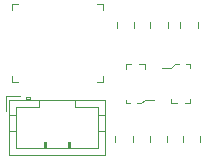
<source format=gbr>
%TF.GenerationSoftware,KiCad,Pcbnew,8.0.6*%
%TF.CreationDate,2024-10-24T14:04:09-05:00*%
%TF.ProjectId,FanPWMtoRotorLock,46616e50-574d-4746-9f52-6f746f724c6f,rev?*%
%TF.SameCoordinates,Original*%
%TF.FileFunction,Legend,Top*%
%TF.FilePolarity,Positive*%
%FSLAX46Y46*%
G04 Gerber Fmt 4.6, Leading zero omitted, Abs format (unit mm)*
G04 Created by KiCad (PCBNEW 8.0.6) date 2024-10-24 14:04:09*
%MOMM*%
%LPD*%
G01*
G04 APERTURE LIST*
%ADD10C,0.120000*%
%ADD11C,0.100000*%
G04 APERTURE END LIST*
D10*
%TO.C,J2*%
X116673475Y-84483723D02*
X116673475Y-85733723D01*
X116973475Y-84783723D02*
X116973475Y-89503723D01*
X116973475Y-86093723D02*
X117583475Y-86093723D01*
X116973475Y-87393723D02*
X117583475Y-87393723D01*
X116973475Y-89503723D02*
X125093475Y-89503723D01*
X117583475Y-85393723D02*
X117583475Y-88893723D01*
X117583475Y-88893723D02*
X124483475Y-88893723D01*
X117923475Y-84483723D02*
X116673475Y-84483723D01*
X118433475Y-84583723D02*
X118433475Y-84783723D01*
X118733475Y-84583723D02*
X118433475Y-84583723D01*
X118733475Y-84683723D02*
X118433475Y-84683723D01*
X118733475Y-84783723D02*
X118733475Y-84583723D01*
X119533475Y-84783723D02*
X119533475Y-85393723D01*
X119533475Y-85393723D02*
X117583475Y-85393723D01*
X119933475Y-88393723D02*
X120133475Y-88393723D01*
X119933475Y-88893723D02*
X119933475Y-88393723D01*
X120033475Y-88893723D02*
X120033475Y-88393723D01*
X120133475Y-88393723D02*
X120133475Y-88893723D01*
X121933475Y-88393723D02*
X122133475Y-88393723D01*
X121933475Y-88893723D02*
X121933475Y-88393723D01*
X122033475Y-88893723D02*
X122033475Y-88393723D01*
X122133475Y-88393723D02*
X122133475Y-88893723D01*
X122533475Y-85393723D02*
X122533475Y-84783723D01*
X124483475Y-85393723D02*
X122533475Y-85393723D01*
X124483475Y-88893723D02*
X124483475Y-85393723D01*
X125093475Y-84783723D02*
X116973475Y-84783723D01*
X125093475Y-86093723D02*
X124483475Y-86093723D01*
X125093475Y-87393723D02*
X124483475Y-87393723D01*
X125093475Y-89503723D02*
X125093475Y-84783723D01*
%TO.C,R4*%
X128915000Y-78677064D02*
X128915000Y-78222936D01*
X130385000Y-78677064D02*
X130385000Y-78222936D01*
D11*
%TO.C,Q2*%
X126825000Y-81800000D02*
X127275000Y-81800000D01*
X126825000Y-82025000D02*
X126825000Y-82150000D01*
X126825000Y-82100000D02*
X126825000Y-81800000D01*
X126825000Y-85100000D02*
X126825000Y-84800000D01*
X127200000Y-85100000D02*
X126825000Y-85100000D01*
X127825000Y-85100000D02*
X128100000Y-85100000D01*
X128000000Y-81800000D02*
X128475000Y-81800000D01*
X128100000Y-85100000D02*
X128475000Y-84825000D01*
X128475000Y-81800000D02*
X128475000Y-82150000D01*
X128475000Y-84775000D02*
X129250000Y-84775000D01*
X128475000Y-84825000D02*
X128475000Y-84775000D01*
D10*
%TO.C,R3*%
X125965000Y-88327064D02*
X125965000Y-87872936D01*
X127435000Y-88327064D02*
X127435000Y-87872936D01*
%TO.C,C1*%
X131465000Y-78188748D02*
X131465000Y-78711252D01*
X132935000Y-78188748D02*
X132935000Y-78711252D01*
D11*
%TO.C,J1*%
X117200000Y-76700000D02*
X117200000Y-77200000D01*
X117200000Y-76700000D02*
X117700000Y-76700000D01*
X117200000Y-83300000D02*
X117200000Y-82800000D01*
X117200000Y-83300000D02*
X117700000Y-83300000D01*
X124900000Y-76700000D02*
X124400000Y-76700000D01*
X124900000Y-76700000D02*
X124900000Y-77200000D01*
X124900000Y-83300000D02*
X124400000Y-83300000D01*
X124900000Y-83300000D02*
X124900000Y-82800000D01*
%TO.C,Q3*%
X130675000Y-82075000D02*
X130675000Y-82125000D01*
X130675000Y-82125000D02*
X129900000Y-82125000D01*
X130675000Y-85100000D02*
X130675000Y-84750000D01*
X131050000Y-81800000D02*
X130675000Y-82075000D01*
X131150000Y-85100000D02*
X130675000Y-85100000D01*
X131325000Y-81800000D02*
X131050000Y-81800000D01*
X131950000Y-81800000D02*
X132325000Y-81800000D01*
X132325000Y-81800000D02*
X132325000Y-82100000D01*
X132325000Y-84800000D02*
X132325000Y-85100000D01*
X132325000Y-84875000D02*
X132325000Y-84750000D01*
X132325000Y-85100000D02*
X131875000Y-85100000D01*
D10*
%TO.C,R2*%
X126065000Y-78677064D02*
X126065000Y-78222936D01*
X127535000Y-78677064D02*
X127535000Y-78222936D01*
%TO.C,R5*%
X131665000Y-88327064D02*
X131665000Y-87872936D01*
X133135000Y-88327064D02*
X133135000Y-87872936D01*
%TO.C,R6*%
X128865000Y-88327064D02*
X128865000Y-87872936D01*
X130335000Y-88327064D02*
X130335000Y-87872936D01*
%TD*%
M02*

</source>
